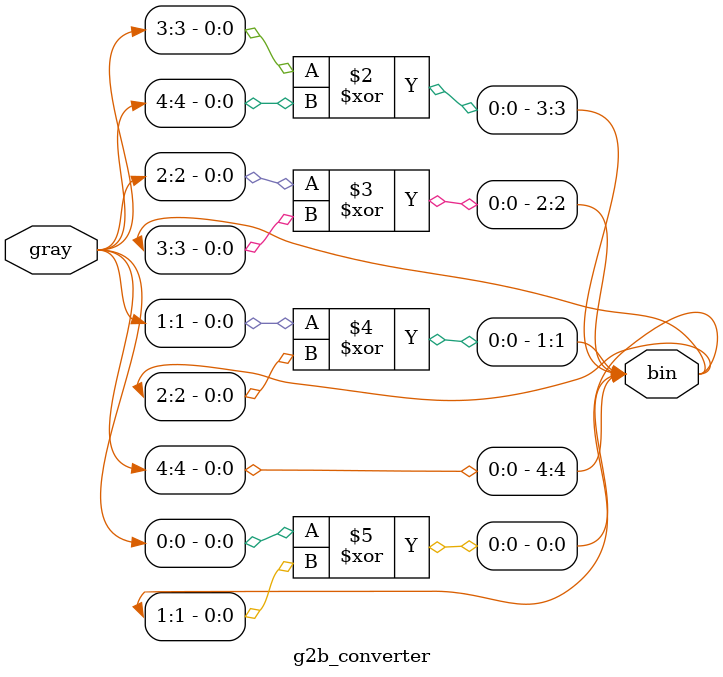
<source format=sv>
module g2b_converter #(parameter PTR_WIDTH = 4)(
    input [PTR_WIDTH:0] gray,
    output[PTR_WIDTH:0] bin
    );
    
    assign bin[PTR_WIDTH] = gray[PTR_WIDTH];
    
    for(genvar i = PTR_WIDTH - 1; i >= 0; i = i-1) begin
        assign bin[i] = gray[i] ^ bin[i+1];
    end
    
endmodule

</source>
